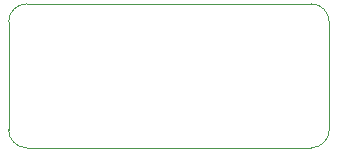
<source format=gbr>
%TF.GenerationSoftware,KiCad,Pcbnew,7.0.8*%
%TF.CreationDate,2024-12-11T19:53:02+01:00*%
%TF.ProjectId,TP4056-module-adapter,54503430-3536-42d6-9d6f-64756c652d61,rev?*%
%TF.SameCoordinates,Original*%
%TF.FileFunction,Profile,NP*%
%FSLAX46Y46*%
G04 Gerber Fmt 4.6, Leading zero omitted, Abs format (unit mm)*
G04 Created by KiCad (PCBNEW 7.0.8) date 2024-12-11 19:53:02*
%MOMM*%
%LPD*%
G01*
G04 APERTURE LIST*
%TA.AperFunction,Profile*%
%ADD10C,0.100000*%
%TD*%
G04 APERTURE END LIST*
D10*
X104648000Y-83566000D02*
X128738000Y-83566000D01*
X104648000Y-71374000D02*
X128738000Y-71374000D01*
X128738000Y-83565998D02*
G75*
G03*
X130262000Y-82042000I2J1523998D01*
G01*
X130261998Y-72898000D02*
G75*
G03*
X128738000Y-71374000I-1523998J2D01*
G01*
X103124000Y-82042000D02*
G75*
G03*
X104648000Y-83566000I1524000J0D01*
G01*
X103124000Y-82042000D02*
X103124000Y-72898000D01*
X130262000Y-82042000D02*
X130262000Y-72898000D01*
X104648000Y-71374000D02*
G75*
G03*
X103124000Y-72898000I0J-1524000D01*
G01*
M02*

</source>
